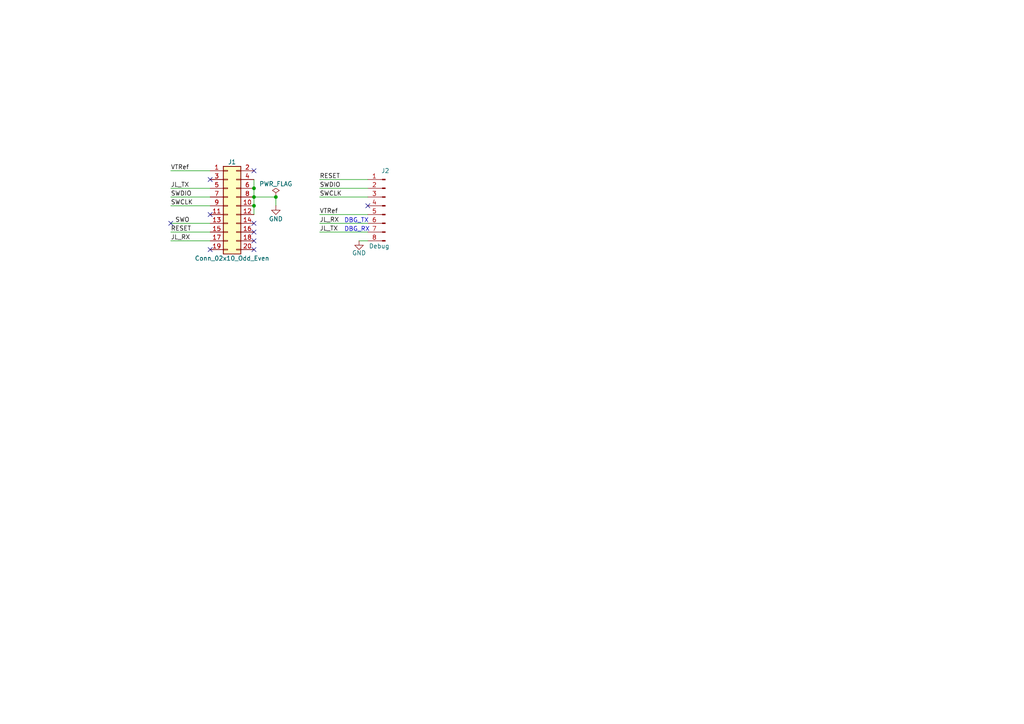
<source format=kicad_sch>
(kicad_sch (version 20250114) (generator "eeschema") (generator_version "9.0")
  (paper "A4")
  (lib_symbols
    (symbol "Connector:Conn_01x08_Pin" (pin_names (offset 1.016) (hide yes))
      (property "Reference" "J" (at 0 10.16 0))
      (property "Value" "Conn_01x08_Pin" (at 0 -12.7 0))
      (symbol "Conn_01x08_Pin_1_1"
        (rectangle (start 0.8636 7.747) (end 0 7.493) (stroke (width 0.1524)) (fill (type outline)))
        (rectangle (start 0.8636 5.207) (end 0 4.953) (stroke (width 0.1524)) (fill (type outline)))
        (rectangle (start 0.8636 2.667) (end 0 2.413) (stroke (width 0.1524)) (fill (type outline)))
        (rectangle (start 0.8636 0.127) (end 0 -0.127) (stroke (width 0.1524)) (fill (type outline)))
        (rectangle (start 0.8636 -2.413) (end 0 -2.667) (stroke (width 0.1524)) (fill (type outline)))
        (rectangle (start 0.8636 -4.953) (end 0 -5.207) (stroke (width 0.1524)) (fill (type outline)))
        (rectangle (start 0.8636 -7.493) (end 0 -7.747) (stroke (width 0.1524)) (fill (type outline)))
        (rectangle (start 0.8636 -10.033) (end 0 -10.287) (stroke (width 0.1524)) (fill (type outline)))
        (polyline (pts (xy 1.27 7.62) (xy 0.8636 7.62)) (stroke (width 0.1524)))
        (polyline (pts (xy 1.27 5.08) (xy 0.8636 5.08)) (stroke (width 0.1524)))
        (polyline (pts (xy 1.27 2.54) (xy 0.8636 2.54)) (stroke (width 0.1524)))
        (polyline (pts (xy 1.27 0) (xy 0.8636 0)) (stroke (width 0.1524)))
        (polyline (pts (xy 1.27 -2.54) (xy 0.8636 -2.54)) (stroke (width 0.1524)))
        (polyline (pts (xy 1.27 -5.08) (xy 0.8636 -5.08)) (stroke (width 0.1524)))
        (polyline (pts (xy 1.27 -7.62) (xy 0.8636 -7.62)) (stroke (width 0.1524)))
        (polyline (pts (xy 1.27 -10.16) (xy 0.8636 -10.16)) (stroke (width 0.1524)))
        (pin passive line (at 5.08 7.62 180) (length 3.81) (name "Pin_1") (number "1"))
        (pin passive line (at 5.08 5.08 180) (length 3.81) (name "Pin_2") (number "2"))
        (pin passive line (at 5.08 2.54 180) (length 3.81) (name "Pin_3") (number "3"))
        (pin passive line (at 5.08 0 180) (length 3.81) (name "Pin_4") (number "4"))
        (pin passive line (at 5.08 -2.54 180) (length 3.81) (name "Pin_5") (number "5"))
        (pin passive line (at 5.08 -5.08 180) (length 3.81) (name "Pin_6") (number "6"))
        (pin passive line (at 5.08 -7.62 180) (length 3.81) (name "Pin_7") (number "7"))
        (pin passive line (at 5.08 -10.16 180) (length 3.81) (name "Pin_8") (number "8"))
      )
    )
    (symbol "Connector_Generic:Conn_02x10_Odd_Even" (pin_names (offset 1.016) (hide yes))
      (property "Reference" "J" (at 1.27 12.7 0))
      (property "Value" "Conn_02x10_Odd_Even" (at 1.27 -15.24 0))
      (symbol "Conn_02x10_Odd_Even_1_1"
        (rectangle (start -1.27 11.43) (end 3.81 -13.97) (stroke (width 0.254)) (fill (type background)))
        (rectangle (start -1.27 10.287) (end 0 10.033) (stroke (width 0.1524)))
        (rectangle (start -1.27 7.747) (end 0 7.493) (stroke (width 0.1524)))
        (rectangle (start -1.27 5.207) (end 0 4.953) (stroke (width 0.1524)))
        (rectangle (start -1.27 2.667) (end 0 2.413) (stroke (width 0.1524)))
        (rectangle (start -1.27 0.127) (end 0 -0.127) (stroke (width 0.1524)))
        (rectangle (start -1.27 -2.413) (end 0 -2.667) (stroke (width 0.1524)))
        (rectangle (start -1.27 -4.953) (end 0 -5.207) (stroke (width 0.1524)))
        (rectangle (start -1.27 -7.493) (end 0 -7.747) (stroke (width 0.1524)))
        (rectangle (start -1.27 -10.033) (end 0 -10.287) (stroke (width 0.1524)))
        (rectangle (start -1.27 -12.573) (end 0 -12.827) (stroke (width 0.1524)))
        (rectangle (start 3.81 10.287) (end 2.54 10.033) (stroke (width 0.1524)))
        (rectangle (start 3.81 7.747) (end 2.54 7.493) (stroke (width 0.1524)))
        (rectangle (start 3.81 5.207) (end 2.54 4.953) (stroke (width 0.1524)))
        (rectangle (start 3.81 2.667) (end 2.54 2.413) (stroke (width 0.1524)))
        (rectangle (start 3.81 0.127) (end 2.54 -0.127) (stroke (width 0.1524)))
        (rectangle (start 3.81 -2.413) (end 2.54 -2.667) (stroke (width 0.1524)))
        (rectangle (start 3.81 -4.953) (end 2.54 -5.207) (stroke (width 0.1524)))
        (rectangle (start 3.81 -7.493) (end 2.54 -7.747) (stroke (width 0.1524)))
        (rectangle (start 3.81 -10.033) (end 2.54 -10.287) (stroke (width 0.1524)))
        (rectangle (start 3.81 -12.573) (end 2.54 -12.827) (stroke (width 0.1524)))
        (pin passive line (at -5.08 10.16 0) (length 3.81) (name "Pin_1") (number "1"))
        (pin passive line (at -5.08 7.62 0) (length 3.81) (name "Pin_3") (number "3"))
        (pin passive line (at -5.08 5.08 0) (length 3.81) (name "Pin_5") (number "5"))
        (pin passive line (at -5.08 2.54 0) (length 3.81) (name "Pin_7") (number "7"))
        (pin passive line (at -5.08 0 0) (length 3.81) (name "Pin_9") (number "9"))
        (pin passive line (at -5.08 -2.54 0) (length 3.81) (name "Pin_11") (number "11"))
        (pin passive line (at -5.08 -5.08 0) (length 3.81) (name "Pin_13") (number "13"))
        (pin passive line (at -5.08 -7.62 0) (length 3.81) (name "Pin_15") (number "15"))
        (pin passive line (at -5.08 -10.16 0) (length 3.81) (name "Pin_17") (number "17"))
        (pin passive line (at -5.08 -12.7 0) (length 3.81) (name "Pin_19") (number "19"))
        (pin passive line (at 7.62 10.16 180) (length 3.81) (name "Pin_2") (number "2"))
        (pin passive line (at 7.62 7.62 180) (length 3.81) (name "Pin_4") (number "4"))
        (pin passive line (at 7.62 5.08 180) (length 3.81) (name "Pin_6") (number "6"))
        (pin passive line (at 7.62 2.54 180) (length 3.81) (name "Pin_8") (number "8"))
        (pin passive line (at 7.62 0 180) (length 3.81) (name "Pin_10") (number "10"))
        (pin passive line (at 7.62 -2.54 180) (length 3.81) (name "Pin_12") (number "12"))
        (pin passive line (at 7.62 -5.08 180) (length 3.81) (name "Pin_14") (number "14"))
        (pin passive line (at 7.62 -7.62 180) (length 3.81) (name "Pin_16") (number "16"))
        (pin passive line (at 7.62 -10.16 180) (length 3.81) (name "Pin_18") (number "18"))
        (pin passive line (at 7.62 -12.7 180) (length 3.81) (name "Pin_20") (number "20"))
      )
    )
    (symbol "power:GND" (power) (pin_numbers (hide yes)) (pin_names (offset 0) (hide yes))
      (property "Value" "GND" (at 0 -3.81 0))
      (symbol "GND_0_1"
        (polyline (pts (xy 0 0) (xy 0 -1.27) (xy 1.27 -1.27) (xy 0 -2.54) (xy -1.27 -1.27) (xy 0 -1.27)))
      )
      (symbol "GND_1_1"
        (pin power_in line (at 0 0 270) (length 0) (name "~") (number "1"))
      )
    )
    (symbol "power:PWR_FLAG" (power) (pin_numbers (hide yes)) (pin_names (offset 0) (hide yes))
      (property "Value" "PWR_FLAG" (at 0 3.81 0))
      (symbol "PWR_FLAG_0_0"
        (pin power_out line (at 0 0 90) (length 0) (name "~") (number "1"))
      )
      (symbol "PWR_FLAG_0_1"
        (polyline (pts (xy 0 0) (xy 0 1.27) (xy -1.016 1.905) (xy 0 2.54) (xy 1.016 1.905) (xy 0 1.27)))
      )
    )
  )
  (text "DBG_RX" (at 99.822 67.31 0) (effects (font (size 1.27 1.27)) (justify left bottom)))
  (text "DBG_TX" (at 99.822 64.77 0) (effects (font (size 1.27 1.27)) (justify left bottom)))
  (junction (at 80.01 57.15))
  (junction (at 73.66 54.61))
  (junction (at 73.66 59.69))
  (junction (at 73.66 57.15))
  (no_connect (at 60.96 52.07))
  (no_connect (at 73.66 49.53))
  (no_connect (at 106.68 59.69))
  (no_connect (at 73.66 69.85))
  (no_connect (at 49.53 64.77))
  (no_connect (at 73.66 67.31))
  (no_connect (at 60.96 72.39))
  (no_connect (at 73.66 64.77))
  (no_connect (at 73.66 72.39))
  (no_connect (at 60.96 62.23))
  (wire (pts (xy 92.71 52.07) (xy 106.68 52.07)))
  (wire (pts (xy 49.53 54.61) (xy 60.96 54.61)))
  (wire (pts (xy 104.14 69.85) (xy 106.68 69.85)))
  (wire (pts (xy 73.66 57.15) (xy 73.66 59.69)))
  (wire (pts (xy 49.53 64.77) (xy 60.96 64.77)))
  (wire (pts (xy 92.71 67.31) (xy 106.68 67.31)))
  (wire (pts (xy 92.71 62.23) (xy 106.68 62.23)))
  (wire (pts (xy 92.71 54.61) (xy 106.68 54.61)))
  (wire (pts (xy 49.53 69.85) (xy 60.96 69.85)))
  (wire (pts (xy 49.53 59.69) (xy 60.96 59.69)))
  (wire (pts (xy 49.53 49.53) (xy 60.96 49.53)))
  (wire (pts (xy 73.66 54.61) (xy 73.66 57.15)))
  (wire (pts (xy 49.53 67.31) (xy 60.96 67.31)))
  (wire (pts (xy 92.71 57.15) (xy 106.68 57.15)))
  (wire (pts (xy 92.71 64.77) (xy 106.68 64.77)))
  (wire (pts (xy 73.66 59.69) (xy 73.66 62.23)))
  (wire (pts (xy 49.53 57.15) (xy 60.96 57.15)))
  (wire (pts (xy 73.66 57.15) (xy 80.01 57.15)))
  (wire (pts (xy 73.66 52.07) (xy 73.66 54.61)))
  (wire (pts (xy 80.01 57.15) (xy 80.01 59.69)))
  (label "RESET" (at 92.71 52.07 0))
  (label "JL_RX" (at 49.53 69.85 0))
  (label "SWCLK" (at 92.71 57.15 0))
  (label "VTRef" (at 49.53 49.53 0))
  (label "JL_RX" (at 92.71 64.77 0))
  (label "SWDIO" (at 49.53 57.15 0))
  (label "SWO" (at 50.8 64.77 0))
  (label "SWDIO" (at 92.71 54.61 0))
  (label "JL_TX" (at 49.53 54.61 0))
  (label "SWCLK" (at 49.53 59.69 0))
  (label "VTRef" (at 92.71 62.23 0))
  (label "RESET" (at 49.53 67.31 0))
  (label "JL_TX" (at 92.71 67.31 0))
  (symbol (lib_id "power:PWR_FLAG") (at 80.01 57.15 0) (unit 1)
    (property "Reference" "#FLG01" (effects (hide yes)))
    (property "Value" "PWR_FLAG" (at 80.01 53.34 0))
    (property "Description" "Special symbol for telling ERC where power comes from" (effects (hide yes)))
  )
  (symbol (lib_id "power:GND") (at 80.01 59.69 0) (unit 1)
    (property "Reference" "#PWR01" (effects (hide yes)))
    (property "Value" "GND" (at 80.01 63.5 0))
    (property "Description" "Power symbol creates a global label with name \"GND\" , ground" (effects (hide yes)))
  )
  (symbol (lib_id "Connector:Conn_01x08_Pin") (at 111.76 59.69 0) (mirror y) (unit 1) (in_bom no)
    (property "Reference" "J2" (at 111.76 49.53 0))
    (property "Value" "Debug" (at 109.982 71.374 0))
    (property "Footprint" "Parts:PinHeader_1x08_P2.54mm_Vertical" (effects (hide yes)))
    (property "Description" "Generic connector, single row, 01x08, script generated" (effects (hide yes)))
  )
  (symbol (lib_id "Connector_Generic:Conn_02x10_Odd_Even") (at 66.04 59.69 0) (unit 1) (in_bom no)
    (property "Reference" "J1" (at 67.31 46.99 0))
    (property "Value" "Conn_02x10_Odd_Even" (at 67.31 74.93 0))
    (property "Footprint" "Parts:PinSocket_2x10_P2.54mm_Horizontal" (effects (hide yes)))
    (property "Description" "Generic connector, double row, 02x10, odd/even pin numbering scheme (row 1 odd numbers, row 2 even numbers), script generated (kicad-library-utils/schlib/autogen/connector/)" (effects (hide yes)))
  )
  (symbol (lib_id "power:GND") (at 104.14 69.85 0) (unit 1)
    (property "Reference" "#PWR066" (effects (hide yes)))
    (property "Value" "GND" (at 104.14 72.644 0) (effects (justify top)))
    (property "Description" "Power symbol creates a global label with name \"GND\" , ground" (effects (hide yes)))
  )
)
</source>
